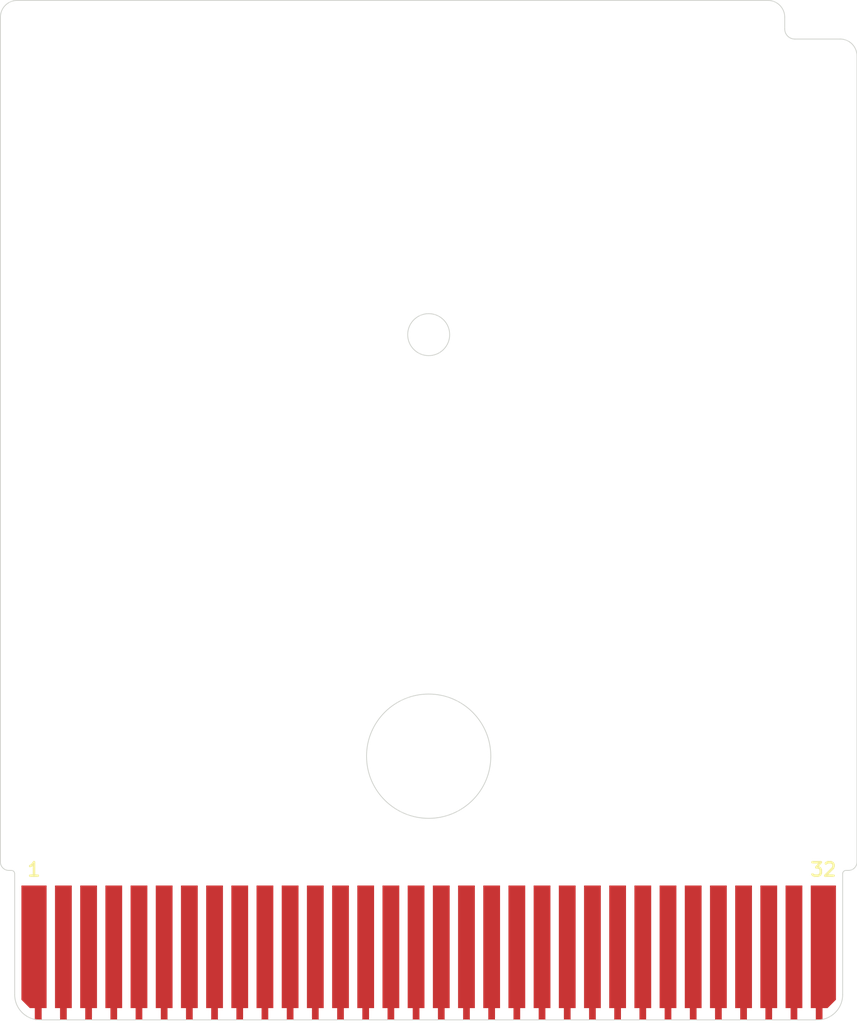
<source format=kicad_pcb>
(kicad_pcb (version 20211014) (generator pcbnew)
  (layers (0 "F.Cu" signal) (31 "B.Cu" signal) (34 "B.Paste" user) (35 "F.Paste" user) (36 "B.SilkS" user "B.Silkscreen") (37 "F.SilkS" user "F.Silkscreen") (38 "B.Mask" user) (39 "F.Mask" user) (44 "Edge.Cuts" user))
  (net 0 "")
  (net 1 "Net-(J1-Pad32)")
  (net 2 "Net-(J1-Pad1)")
  (net 3 "Net-(J1-Pad31)")
  (net 4 "Net-(J1-Pad30)")
  (net 5 "Net-(J1-Pad29)")
  (net 6 "Net-(J1-Pad28)")
  (net 7 "Net-(J1-Pad27)")
  (net 8 "Net-(J1-Pad26)")
  (net 9 "Net-(J1-Pad25)")
  (net 10 "Net-(J1-Pad24)")
  (net 11 "Net-(J1-Pad23)")
  (net 12 "Net-(J1-Pad22)")
  (net 13 "Net-(J1-Pad21)")
  (net 14 "Net-(J1-Pad20)")
  (net 15 "Net-(J1-Pad19)")
  (net 16 "Net-(J1-Pad18)")
  (net 17 "Net-(J1-Pad17)")
  (net 18 "Net-(J1-Pad16)")
  (net 19 "Net-(J1-Pad15)")
  (net 20 "Net-(J1-Pad14)")
  (net 21 "Net-(J1-Pad13)")
  (net 22 "Net-(J1-Pad12)")
  (net 23 "Net-(J1-Pad11)")
  (net 24 "Net-(J1-Pad10)")
  (net 25 "Net-(J1-Pad9)")
  (net 26 "Net-(J1-Pad8)")
  (net 27 "Net-(J1-Pad7)")
  (net 28 "Net-(J1-Pad6)")
  (net 29 "Net-(J1-Pad5)")
  (net 30 "Net-(J1-Pad4)")
  (net 31 "Net-(J1-Pad3)")
  (net 32 "Net-(J1-Pad2)")
  (footprint "Connector_GameBoy:GameBoy_GamePak_DMG-09_P1.50mm_Edge" (layer "F.Cu") (at 150 130.8)
    (fp_text reference "J1" hide)
    (fp_text value "GameBoy_GamePak_DMG-09" hide)
    (fp_text user "32" (at 23.5 -8.95) (layer "F.SilkS") (effects (font (size 0.8 0.8))))
    (fp_text user "1" (at -23.5 -8.95) (layer "F.SilkS") (effects (font (size 0.8 0.8))))
    (fp_poly (pts (xy -23.05 0) (xy -23.45 0) (xy -23.45 -0.7) (xy -23.05 -0.7)) (layer "F.Cu") (width 0) (fill solid))
    (pad "1" smd custom locked (at -23.5 -7.5) (size 1 1) (layers "F.Cu") (net 2 "Net-(J1-Pad1)") (options (clearance outline) (anchor rect)) (primitives (gr_poly (pts (xy -0.75 6.3) (xy -0.75 -0.5) (xy 0.75 -0.5) (xy 0.75 6.8) (xy 0.45 6.8) (xy 0.45 7.5) (xy 0.05 7.5) (xy 0.05 6.8) (xy -0.25 6.8)) (width 0) (fill yes))))
    (pad "2" smd custom locked (at -21.75 -7.5) (size 1 1) (layers "F.Cu") (net 32 "Net-(J1-Pad2)") (options (clearance outline) (anchor rect)) (primitives (gr_poly (pts (xy 0.5 6.8) (xy 0.2 6.8) (xy 0.2 7.5) (xy -0.2 7.5) (xy -0.2 6.8) (xy -0.5 6.8) (xy -0.5 0.5) (xy 0.5 0.5)) (width 0) (fill yes))))
    (pad "3" smd custom locked (at -20.25 -7.5) (size 1 1) (layers "F.Cu") (net 31 "Net-(J1-Pad3)") (options (clearance outline) (anchor rect)) (primitives (gr_poly (pts (xy 0.5 6.8) (xy 0.2 6.8) (xy 0.2 7.5) (xy -0.2 7.5) (xy -0.2 6.8) (xy -0.5 6.8) (xy -0.5 0.5) (xy 0.5 0.5)) (width 0) (fill yes))))
    (pad "4" smd custom locked (at -18.75 -7.5) (size 1 1) (layers "F.Cu") (net 30 "Net-(J1-Pad4)") (options (clearance outline) (anchor rect)) (primitives (gr_poly (pts (xy 0.5 6.8) (xy 0.2 6.8) (xy 0.2 7.5) (xy -0.2 7.5) (xy -0.2 6.8) (xy -0.5 6.8) (xy -0.5 0.5) (xy 0.5 0.5)) (width 0) (fill yes))))
    (pad "5" smd custom locked (at -17.25 -7.5) (size 1 1) (layers "F.Cu") (net 29 "Net-(J1-Pad5)") (options (clearance outline) (anchor rect)) (primitives (gr_poly (pts (xy 0.5 6.8) (xy 0.2 6.8) (xy 0.2 7.5) (xy -0.2 7.5) (xy -0.2 6.8) (xy -0.5 6.8) (xy -0.5 0.5) (xy 0.5 0.5)) (width 0) (fill yes))))
    (pad "6" smd custom locked (at -15.75 -7.5) (size 1 1) (layers "F.Cu") (net 28 "Net-(J1-Pad6)") (options (clearance outline) (anchor rect)) (primitives (gr_poly (pts (xy 0.5 6.8) (xy 0.2 6.8) (xy 0.2 7.5) (xy -0.2 7.5) (xy -0.2 6.8) (xy -0.5 6.8) (xy -0.5 0.5) (xy 0.5 0.5)) (width 0) (fill yes))))
    (pad "7" smd custom locked (at -14.25 -7.5) (size 1 1) (layers "F.Cu") (net 27 "Net-(J1-Pad7)") (options (clearance outline) (anchor rect)) (primitives (gr_poly (pts (xy 0.5 6.8) (xy 0.2 6.8) (xy 0.2 7.5) (xy -0.2 7.5) (xy -0.2 6.8) (xy -0.5 6.8) (xy -0.5 0.5) (xy 0.5 0.5)) (width 0) (fill yes))))
    (pad "8" smd custom locked (at -12.75 -7.5) (size 1 1) (layers "F.Cu") (net 26 "Net-(J1-Pad8)") (options (clearance outline) (anchor rect)) (primitives (gr_poly (pts (xy 0.5 6.8) (xy 0.2 6.8) (xy 0.2 7.5) (xy -0.2 7.5) (xy -0.2 6.8) (xy -0.5 6.8) (xy -0.5 0.5) (xy 0.5 0.5)) (width 0) (fill yes))))
    (pad "9" smd custom locked (at -11.25 -7.5) (size 1 1) (layers "F.Cu") (net 25 "Net-(J1-Pad9)") (options (clearance outline) (anchor rect)) (primitives (gr_poly (pts (xy 0.5 6.8) (xy 0.2 6.8) (xy 0.2 7.5) (xy -0.2 7.5) (xy -0.2 6.8) (xy -0.5 6.8) (xy -0.5 0.5) (xy 0.5 0.5)) (width 0) (fill yes))))
    (pad "10" smd custom locked (at -9.75 -7.5) (size 1 1) (layers "F.Cu") (net 24 "Net-(J1-Pad10)") (options (clearance outline) (anchor rect)) (primitives (gr_poly (pts (xy 0.5 6.8) (xy 0.2 6.8) (xy 0.2 7.5) (xy -0.2 7.5) (xy -0.2 6.8) (xy -0.5 6.8) (xy -0.5 0.5) (xy 0.5 0.5)) (width 0) (fill yes))))
    (pad "11" smd custom locked (at -8.25 -7.5) (size 1 1) (layers "F.Cu") (net 23 "Net-(J1-Pad11)") (options (clearance outline) (anchor rect)) (primitives (gr_poly (pts (xy 0.5 6.8) (xy 0.2 6.8) (xy 0.2 7.5) (xy -0.2 7.5) (xy -0.2 6.8) (xy -0.5 6.8) (xy -0.5 0.5) (xy 0.5 0.5)) (width 0) (fill yes))))
    (pad "12" smd custom locked (at -6.75 -7.5) (size 1 1) (layers "F.Cu") (net 22 "Net-(J1-Pad12)") (options (clearance outline) (anchor rect)) (primitives (gr_poly (pts (xy 0.5 6.8) (xy 0.2 6.8) (xy 0.2 7.5) (xy -0.2 7.5) (xy -0.2 6.8) (xy -0.5 6.8) (xy -0.5 0.5) (xy 0.5 0.5)) (width 0) (fill yes))))
    (pad "13" smd custom locked (at -5.25 -7.5) (size 1 1) (layers "F.Cu") (net 21 "Net-(J1-Pad13)") (options (clearance outline) (anchor rect)) (primitives (gr_poly (pts (xy 0.5 6.8) (xy 0.2 6.8) (xy 0.2 7.5) (xy -0.2 7.5) (xy -0.2 6.8) (xy -0.5 6.8) (xy -0.5 0.5) (xy 0.5 0.5)) (width 0) (fill yes))))
    (pad "14" smd custom locked (at -3.75 -7.5) (size 1 1) (layers "F.Cu") (net 20 "Net-(J1-Pad14)") (options (clearance outline) (anchor rect)) (primitives (gr_poly (pts (xy 0.5 6.8) (xy 0.2 6.8) (xy 0.2 7.5) (xy -0.2 7.5) (xy -0.2 6.8) (xy -0.5 6.8) (xy -0.5 0.5) (xy 0.5 0.5)) (width 0) (fill yes))))
    (pad "15" smd custom locked (at -2.25 -7.5) (size 1 1) (layers "F.Cu") (net 19 "Net-(J1-Pad15)") (options (clearance outline) (anchor rect)) (primitives (gr_poly (pts (xy 0.5 6.8) (xy 0.2 6.8) (xy 0.2 7.5) (xy -0.2 7.5) (xy -0.2 6.8) (xy -0.5 6.8) (xy -0.5 0.5) (xy 0.5 0.5)) (width 0) (fill yes))))
    (pad "16" smd custom locked (at -0.75 -7.5) (size 1 1) (layers "F.Cu") (net 18 "Net-(J1-Pad16)") (options (clearance outline) (anchor rect)) (primitives (gr_poly (pts (xy 0.5 6.8) (xy 0.2 6.8) (xy 0.2 7.5) (xy -0.2 7.5) (xy -0.2 6.8) (xy -0.5 6.8) (xy -0.5 0.5) (xy 0.5 0.5)) (width 0) (fill yes))))
    (pad "17" smd custom locked (at 0.75 -7.5) (size 1 1) (layers "F.Cu") (net 17 "Net-(J1-Pad17)") (options (clearance outline) (anchor rect)) (primitives (gr_poly (pts (xy 0.5 6.8) (xy 0.2 6.8) (xy 0.2 7.5) (xy -0.2 7.5) (xy -0.2 6.8) (xy -0.5 6.8) (xy -0.5 0.5) (xy 0.5 0.5)) (width 0) (fill yes))))
    (pad "18" smd custom locked (at 2.25 -7.5) (size 1 1) (layers "F.Cu") (net 16 "Net-(J1-Pad18)") (options (clearance outline) (anchor rect)) (primitives (gr_poly (pts (xy 0.5 6.8) (xy 0.2 6.8) (xy 0.2 7.5) (xy -0.2 7.5) (xy -0.2 6.8) (xy -0.5 6.8) (xy -0.5 0.5) (xy 0.5 0.5)) (width 0) (fill yes))))
    (pad "19" smd custom locked (at 3.75 -7.5) (size 1 1) (layers "F.Cu") (net 15 "Net-(J1-Pad19)") (options (clearance outline) (anchor rect)) (primitives (gr_poly (pts (xy 0.5 6.8) (xy 0.2 6.8) (xy 0.2 7.5) (xy -0.2 7.5) (xy -0.2 6.8) (xy -0.5 6.8) (xy -0.5 0.5) (xy 0.5 0.5)) (width 0) (fill yes))))
    (pad "20" smd custom locked (at 5.25 -7.5) (size 1 1) (layers "F.Cu") (net 14 "Net-(J1-Pad20)") (options (clearance outline) (anchor rect)) (primitives (gr_poly (pts (xy 0.5 6.8) (xy 0.2 6.8) (xy 0.2 7.5) (xy -0.2 7.5) (xy -0.2 6.8) (xy -0.5 6.8) (xy -0.5 0.5) (xy 0.5 0.5)) (width 0) (fill yes))))
    (pad "21" smd custom locked (at 6.75 -7.5) (size 1 1) (layers "F.Cu") (net 13 "Net-(J1-Pad21)") (options (clearance outline) (anchor rect)) (primitives (gr_poly (pts (xy 0.5 6.8) (xy 0.2 6.8) (xy 0.2 7.5) (xy -0.2 7.5) (xy -0.2 6.8) (xy -0.5 6.8) (xy -0.5 0.5) (xy 0.5 0.5)) (width 0) (fill yes))))
    (pad "22" smd custom locked (at 8.25 -7.5) (size 1 1) (layers "F.Cu") (net 12 "Net-(J1-Pad22)") (options (clearance outline) (anchor rect)) (primitives (gr_poly (pts (xy 0.5 6.8) (xy 0.2 6.8) (xy 0.2 7.5) (xy -0.2 7.5) (xy -0.2 6.8) (xy -0.5 6.8) (xy -0.5 0.5) (xy 0.5 0.5)) (width 0) (fill yes))))
    (pad "23" smd custom locked (at 9.75 -7.5) (size 1 1) (layers "F.Cu") (net 11 "Net-(J1-Pad23)") (options (clearance outline) (anchor rect)) (primitives (gr_poly (pts (xy 0.5 6.8) (xy 0.2 6.8) (xy 0.2 7.5) (xy -0.2 7.5) (xy -0.2 6.8) (xy -0.5 6.8) (xy -0.5 0.5) (xy 0.5 0.5)) (width 0) (fill yes))))
    (pad "24" smd custom locked (at 11.25 -7.5) (size 1 1) (layers "F.Cu") (net 10 "Net-(J1-Pad24)") (options (clearance outline) (anchor rect)) (primitives (gr_poly (pts (xy 0.5 6.8) (xy 0.2 6.8) (xy 0.2 7.5) (xy -0.2 7.5) (xy -0.2 6.8) (xy -0.5 6.8) (xy -0.5 0.5) (xy 0.5 0.5)) (width 0) (fill yes))))
    (pad "25" smd custom locked (at 12.75 -7.5) (size 1 1) (layers "F.Cu") (net 9 "Net-(J1-Pad25)") (options (clearance outline) (anchor rect)) (primitives (gr_poly (pts (xy 0.5 6.8) (xy 0.2 6.8) (xy 0.2 7.5) (xy -0.2 7.5) (xy -0.2 6.8) (xy -0.5 6.8) (xy -0.5 0.5) (xy 0.5 0.5)) (width 0) (fill yes))))
    (pad "26" smd custom locked (at 14.25 -7.5) (size 1 1) (layers "F.Cu") (net 8 "Net-(J1-Pad26)") (options (clearance outline) (anchor rect)) (primitives (gr_poly (pts (xy 0.5 6.8) (xy 0.2 6.8) (xy 0.2 7.5) (xy -0.2 7.5) (xy -0.2 6.8) (xy -0.5 6.8) (xy -0.5 0.5) (xy 0.5 0.5)) (width 0) (fill yes))))
    (pad "27" smd custom locked (at 15.75 -7.5) (size 1 1) (layers "F.Cu") (net 7 "Net-(J1-Pad27)") (options (clearance outline) (anchor rect)) (primitives (gr_poly (pts (xy 0.5 6.8) (xy 0.2 6.8) (xy 0.2 7.5) (xy -0.2 7.5) (xy -0.2 6.8) (xy -0.5 6.8) (xy -0.5 0.5) (xy 0.5 0.5)) (width 0) (fill yes))))
    (pad "28" smd custom locked (at 17.25 -7.5) (size 1 1) (layers "F.Cu") (net 6 "Net-(J1-Pad28)") (options (clearance outline) (anchor rect)) (primitives (gr_poly (pts (xy 0.5 6.8) (xy 0.2 6.8) (xy 0.2 7.5) (xy -0.2 7.5) (xy -0.2 6.8) (xy -0.5 6.8) (xy -0.5 0.5) (xy 0.5 0.5)) (width 0) (fill yes))))
    (pad "29" smd custom locked (at 18.75 -7.5) (size 1 1) (layers "F.Cu") (net 5 "Net-(J1-Pad29)") (options (clearance outline) (anchor rect)) (primitives (gr_poly (pts (xy 0.5 6.8) (xy 0.2 6.8) (xy 0.2 7.5) (xy -0.2 7.5) (xy -0.2 6.8) (xy -0.5 6.8) (xy -0.5 0.5) (xy 0.5 0.5)) (width 0) (fill yes))))
    (pad "30" smd custom locked (at 20.25 -7.5) (size 1 1) (layers "F.Cu") (net 4 "Net-(J1-Pad30)") (options (clearance outline) (anchor rect)) (primitives (gr_poly (pts (xy 0.5 6.8) (xy 0.2 6.8) (xy 0.2 7.5) (xy -0.2 7.5) (xy -0.2 6.8) (xy -0.5 6.8) (xy -0.5 0.5) (xy 0.5 0.5)) (width 0) (fill yes))))
    (pad "31" smd custom locked (at 21.75 -7.5) (size 1 1) (layers "F.Cu") (net 3 "Net-(J1-Pad31)") (options (clearance outline) (anchor rect)) (primitives (gr_poly (pts (xy 0.5 6.8) (xy 0.2 6.8) (xy 0.2 7.5) (xy -0.2 7.5) (xy -0.2 6.8) (xy -0.5 6.8) (xy -0.5 0.5) (xy 0.5 0.5)) (width 0) (fill yes))))
    (pad "32" smd custom locked (at 23.5 -7.5) (size 1 1) (layers "F.Cu") (net 1 "Net-(J1-Pad32)") (options (clearance outline) (anchor rect)) (primitives (gr_poly (pts (xy -0.75 6.8) (xy -0.75 -0.5) (xy 0.75 -0.5) (xy 0.75 6.3) (xy 0.25 6.8) (xy -0.05 6.8) (xy -0.05 7.5) (xy -0.45 7.5) (xy -0.45 6.8)) (width 0) (fill yes))))
  )
  (gr_circle (center 150 90) (end 151.25 90) (layer "Edge.Cuts") (width 0.05) (fill none))
  (gr_circle (center 150 115.1) (end 153.7 115.1) (layer "Edge.Cuts") (width 0.05) (fill none))
  (gr_arc (start 171.8 72.4) (mid 171.375736 72.224264) (end 171.2 71.8) (layer "Edge.Cuts") (width 0.05))
  (gr_arc (start 170.2 70.1) (mid 170.907107 70.392893) (end 171.2 71.1) (layer "Edge.Cuts") (width 0.05))
  (gr_line (start 171.8 72.4) (end 174.5 72.4) (layer "Edge.Cuts") (width 0.05))
  (gr_line (start 171.2 71.1) (end 171.2 71.8) (layer "Edge.Cuts") (width 0.05))
  (gr_line (start 124.5 121.4) (end 124.5 71.1) (layer "Edge.Cuts") (width 0.05))
  (gr_line (start 175.5 121.4) (end 175.5 73.4) (layer "Edge.Cuts") (width 0.05))
  (gr_line (start 125.15 121.9) (end 125 121.9) (layer "Edge.Cuts") (width 0.05))
  (gr_line (start 174.65 129.3) (end 174.65 122.1) (layer "Edge.Cuts") (width 0.05))
  (gr_line (start 173.15 130.8) (end 126.85 130.8) (layer "Edge.Cuts") (width 0.05))
  (gr_arc (start 174.5 72.4) (mid 175.207107 72.692893) (end 175.5 73.4) (layer "Edge.Cuts") (width 0.05))
  (gr_line (start 175 121.9) (end 174.85 121.9) (layer "Edge.Cuts") (width 0.05))
  (gr_line (start 125.5 70.1) (end 170.2 70.1) (layer "Edge.Cuts") (width 0.05))
  (gr_arc (start 175.5 121.4) (mid 175.353553 121.753553) (end 175 121.9) (layer "Edge.Cuts") (width 0.05))
  (gr_arc (start 125 121.9) (mid 124.646447 121.753553) (end 124.5 121.4) (layer "Edge.Cuts") (width 0.05))
  (gr_arc (start 174.65 122.1) (mid 174.708579 121.958579) (end 174.85 121.9) (layer "Edge.Cuts") (width 0.05))
  (gr_line (start 125.35 129.3) (end 125.35 122.1) (layer "Edge.Cuts") (width 0.05))
  (gr_arc (start 124.5 71.1) (mid 124.792893 70.392893) (end 125.5 70.1) (layer "Edge.Cuts") (width 0.05))
  (gr_arc (start 174.65 129.3) (mid 174.21066 130.36066) (end 173.15 130.8) (layer "Edge.Cuts") (width 0.05))
  (gr_arc (start 126.85 130.8) (mid 125.78934 130.36066) (end 125.35 129.3) (layer "Edge.Cuts") (width 0.05))
  (gr_arc (start 125.15 121.9) (mid 125.291421 121.958579) (end 125.35 122.1) (layer "Edge.Cuts") (width 0.05))
)
</source>
